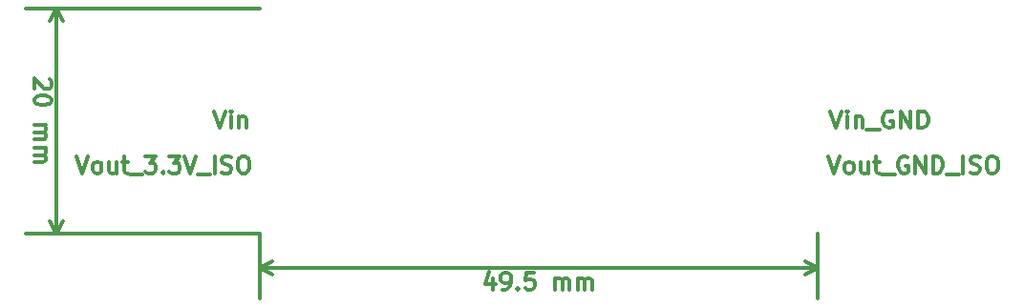
<source format=gbr>
G04 (created by PCBNEW (2013-07-07 BZR 4022)-stable) date 5/2/2017 9:55:28 AM*
%MOIN*%
G04 Gerber Fmt 3.4, Leading zero omitted, Abs format*
%FSLAX34Y34*%
G01*
G70*
G90*
G04 APERTURE LIST*
%ADD10C,0.00590551*%
%ADD11C,0.011811*%
G04 APERTURE END LIST*
G54D10*
G54D11*
X19853Y-5160D02*
X20050Y-5750D01*
X20247Y-5160D01*
X20528Y-5750D02*
X20472Y-5722D01*
X20444Y-5694D01*
X20416Y-5638D01*
X20416Y-5469D01*
X20444Y-5413D01*
X20472Y-5385D01*
X20528Y-5357D01*
X20613Y-5357D01*
X20669Y-5385D01*
X20697Y-5413D01*
X20725Y-5469D01*
X20725Y-5638D01*
X20697Y-5694D01*
X20669Y-5722D01*
X20613Y-5750D01*
X20528Y-5750D01*
X21231Y-5357D02*
X21231Y-5750D01*
X20978Y-5357D02*
X20978Y-5666D01*
X21006Y-5722D01*
X21062Y-5750D01*
X21147Y-5750D01*
X21203Y-5722D01*
X21231Y-5694D01*
X21428Y-5357D02*
X21653Y-5357D01*
X21512Y-5160D02*
X21512Y-5666D01*
X21541Y-5722D01*
X21597Y-5750D01*
X21653Y-5750D01*
X21709Y-5807D02*
X22159Y-5807D01*
X22609Y-5188D02*
X22553Y-5160D01*
X22469Y-5160D01*
X22384Y-5188D01*
X22328Y-5244D01*
X22300Y-5300D01*
X22272Y-5413D01*
X22272Y-5497D01*
X22300Y-5610D01*
X22328Y-5666D01*
X22384Y-5722D01*
X22469Y-5750D01*
X22525Y-5750D01*
X22609Y-5722D01*
X22637Y-5694D01*
X22637Y-5497D01*
X22525Y-5497D01*
X22890Y-5750D02*
X22890Y-5160D01*
X23228Y-5750D01*
X23228Y-5160D01*
X23509Y-5750D02*
X23509Y-5160D01*
X23650Y-5160D01*
X23734Y-5188D01*
X23790Y-5244D01*
X23818Y-5300D01*
X23847Y-5413D01*
X23847Y-5497D01*
X23818Y-5610D01*
X23790Y-5666D01*
X23734Y-5722D01*
X23650Y-5750D01*
X23509Y-5750D01*
X23959Y-5807D02*
X24409Y-5807D01*
X24550Y-5750D02*
X24550Y-5160D01*
X24803Y-5722D02*
X24887Y-5750D01*
X25028Y-5750D01*
X25084Y-5722D01*
X25112Y-5694D01*
X25140Y-5638D01*
X25140Y-5582D01*
X25112Y-5525D01*
X25084Y-5497D01*
X25028Y-5469D01*
X24915Y-5441D01*
X24859Y-5413D01*
X24831Y-5385D01*
X24803Y-5329D01*
X24803Y-5272D01*
X24831Y-5216D01*
X24859Y-5188D01*
X24915Y-5160D01*
X25056Y-5160D01*
X25140Y-5188D01*
X25506Y-5160D02*
X25618Y-5160D01*
X25674Y-5188D01*
X25731Y-5244D01*
X25759Y-5357D01*
X25759Y-5553D01*
X25731Y-5666D01*
X25674Y-5722D01*
X25618Y-5750D01*
X25506Y-5750D01*
X25449Y-5722D01*
X25393Y-5666D01*
X25365Y-5553D01*
X25365Y-5357D01*
X25393Y-5244D01*
X25449Y-5188D01*
X25506Y-5160D01*
X19924Y-3585D02*
X20120Y-4176D01*
X20317Y-3585D01*
X20514Y-4176D02*
X20514Y-3782D01*
X20514Y-3585D02*
X20486Y-3613D01*
X20514Y-3641D01*
X20542Y-3613D01*
X20514Y-3585D01*
X20514Y-3641D01*
X20795Y-3782D02*
X20795Y-4176D01*
X20795Y-3838D02*
X20823Y-3810D01*
X20880Y-3782D01*
X20964Y-3782D01*
X21020Y-3810D01*
X21048Y-3866D01*
X21048Y-4176D01*
X21189Y-4232D02*
X21639Y-4232D01*
X22089Y-3613D02*
X22033Y-3585D01*
X21948Y-3585D01*
X21864Y-3613D01*
X21808Y-3669D01*
X21780Y-3726D01*
X21751Y-3838D01*
X21751Y-3922D01*
X21780Y-4035D01*
X21808Y-4091D01*
X21864Y-4147D01*
X21948Y-4176D01*
X22005Y-4176D01*
X22089Y-4147D01*
X22117Y-4119D01*
X22117Y-3922D01*
X22005Y-3922D01*
X22370Y-4176D02*
X22370Y-3585D01*
X22708Y-4176D01*
X22708Y-3585D01*
X22989Y-4176D02*
X22989Y-3585D01*
X23129Y-3585D01*
X23214Y-3613D01*
X23270Y-3669D01*
X23298Y-3726D01*
X23326Y-3838D01*
X23326Y-3922D01*
X23298Y-4035D01*
X23270Y-4091D01*
X23214Y-4147D01*
X23129Y-4176D01*
X22989Y-4176D01*
X8141Y-9431D02*
X8141Y-9825D01*
X8000Y-9206D02*
X7859Y-9628D01*
X8225Y-9628D01*
X8478Y-9825D02*
X8591Y-9825D01*
X8647Y-9797D01*
X8675Y-9769D01*
X8731Y-9685D01*
X8759Y-9572D01*
X8759Y-9347D01*
X8731Y-9291D01*
X8703Y-9263D01*
X8647Y-9235D01*
X8534Y-9235D01*
X8478Y-9263D01*
X8450Y-9291D01*
X8422Y-9347D01*
X8422Y-9488D01*
X8450Y-9544D01*
X8478Y-9572D01*
X8534Y-9600D01*
X8647Y-9600D01*
X8703Y-9572D01*
X8731Y-9544D01*
X8759Y-9488D01*
X9012Y-9769D02*
X9041Y-9797D01*
X9012Y-9825D01*
X8984Y-9797D01*
X9012Y-9769D01*
X9012Y-9825D01*
X9575Y-9235D02*
X9294Y-9235D01*
X9266Y-9516D01*
X9294Y-9488D01*
X9350Y-9460D01*
X9491Y-9460D01*
X9547Y-9488D01*
X9575Y-9516D01*
X9603Y-9572D01*
X9603Y-9713D01*
X9575Y-9769D01*
X9547Y-9797D01*
X9491Y-9825D01*
X9350Y-9825D01*
X9294Y-9797D01*
X9266Y-9769D01*
X10306Y-9825D02*
X10306Y-9431D01*
X10306Y-9488D02*
X10334Y-9460D01*
X10390Y-9431D01*
X10475Y-9431D01*
X10531Y-9460D01*
X10559Y-9516D01*
X10559Y-9825D01*
X10559Y-9516D02*
X10587Y-9460D01*
X10643Y-9431D01*
X10728Y-9431D01*
X10784Y-9460D01*
X10812Y-9516D01*
X10812Y-9825D01*
X11093Y-9825D02*
X11093Y-9431D01*
X11093Y-9488D02*
X11122Y-9460D01*
X11178Y-9431D01*
X11262Y-9431D01*
X11318Y-9460D01*
X11347Y-9516D01*
X11347Y-9825D01*
X11347Y-9516D02*
X11375Y-9460D01*
X11431Y-9431D01*
X11515Y-9431D01*
X11571Y-9460D01*
X11600Y-9516D01*
X11600Y-9825D01*
X0Y-9055D02*
X19488Y-9055D01*
X0Y-7874D02*
X0Y-10118D01*
X19488Y-7874D02*
X19488Y-10118D01*
X19488Y-9055D02*
X19044Y-9285D01*
X19488Y-9055D02*
X19044Y-8824D01*
X0Y-9055D02*
X443Y-9285D01*
X0Y-9055D02*
X443Y-8824D01*
X-7322Y-2474D02*
X-7294Y-2502D01*
X-7266Y-2559D01*
X-7266Y-2699D01*
X-7294Y-2755D01*
X-7322Y-2784D01*
X-7379Y-2812D01*
X-7435Y-2812D01*
X-7519Y-2784D01*
X-7857Y-2446D01*
X-7857Y-2812D01*
X-7266Y-3177D02*
X-7266Y-3233D01*
X-7294Y-3290D01*
X-7322Y-3318D01*
X-7379Y-3346D01*
X-7491Y-3374D01*
X-7632Y-3374D01*
X-7744Y-3346D01*
X-7800Y-3318D01*
X-7829Y-3290D01*
X-7857Y-3233D01*
X-7857Y-3177D01*
X-7829Y-3121D01*
X-7800Y-3093D01*
X-7744Y-3065D01*
X-7632Y-3037D01*
X-7491Y-3037D01*
X-7379Y-3065D01*
X-7322Y-3093D01*
X-7294Y-3121D01*
X-7266Y-3177D01*
X-7857Y-4077D02*
X-7463Y-4077D01*
X-7519Y-4077D02*
X-7491Y-4105D01*
X-7463Y-4161D01*
X-7463Y-4246D01*
X-7491Y-4302D01*
X-7547Y-4330D01*
X-7857Y-4330D01*
X-7547Y-4330D02*
X-7491Y-4358D01*
X-7463Y-4415D01*
X-7463Y-4499D01*
X-7491Y-4555D01*
X-7547Y-4583D01*
X-7857Y-4583D01*
X-7857Y-4865D02*
X-7463Y-4865D01*
X-7519Y-4865D02*
X-7491Y-4893D01*
X-7463Y-4949D01*
X-7463Y-5033D01*
X-7491Y-5089D01*
X-7547Y-5118D01*
X-7857Y-5118D01*
X-7547Y-5118D02*
X-7491Y-5146D01*
X-7463Y-5202D01*
X-7463Y-5286D01*
X-7491Y-5343D01*
X-7547Y-5371D01*
X-7857Y-5371D01*
X-7086Y0D02*
X-7086Y-7874D01*
X0Y0D02*
X-8149Y0D01*
X0Y-7874D02*
X-8149Y-7874D01*
X-7086Y-7874D02*
X-7317Y-7430D01*
X-7086Y-7874D02*
X-6855Y-7430D01*
X-7086Y0D02*
X-7317Y-443D01*
X-7086Y0D02*
X-6855Y-443D01*
X-6383Y-5160D02*
X-6186Y-5750D01*
X-5989Y-5160D01*
X-5708Y-5750D02*
X-5764Y-5722D01*
X-5793Y-5694D01*
X-5821Y-5638D01*
X-5821Y-5469D01*
X-5793Y-5413D01*
X-5764Y-5385D01*
X-5708Y-5357D01*
X-5624Y-5357D01*
X-5568Y-5385D01*
X-5539Y-5413D01*
X-5511Y-5469D01*
X-5511Y-5638D01*
X-5539Y-5694D01*
X-5568Y-5722D01*
X-5624Y-5750D01*
X-5708Y-5750D01*
X-5005Y-5357D02*
X-5005Y-5750D01*
X-5258Y-5357D02*
X-5258Y-5666D01*
X-5230Y-5722D01*
X-5174Y-5750D01*
X-5089Y-5750D01*
X-5033Y-5722D01*
X-5005Y-5694D01*
X-4808Y-5357D02*
X-4583Y-5357D01*
X-4724Y-5160D02*
X-4724Y-5666D01*
X-4696Y-5722D01*
X-4640Y-5750D01*
X-4583Y-5750D01*
X-4527Y-5807D02*
X-4077Y-5807D01*
X-3993Y-5160D02*
X-3627Y-5160D01*
X-3824Y-5385D01*
X-3740Y-5385D01*
X-3683Y-5413D01*
X-3655Y-5441D01*
X-3627Y-5497D01*
X-3627Y-5638D01*
X-3655Y-5694D01*
X-3683Y-5722D01*
X-3740Y-5750D01*
X-3908Y-5750D01*
X-3965Y-5722D01*
X-3993Y-5694D01*
X-3374Y-5694D02*
X-3346Y-5722D01*
X-3374Y-5750D01*
X-3402Y-5722D01*
X-3374Y-5694D01*
X-3374Y-5750D01*
X-3149Y-5160D02*
X-2784Y-5160D01*
X-2980Y-5385D01*
X-2896Y-5385D01*
X-2840Y-5413D01*
X-2812Y-5441D01*
X-2784Y-5497D01*
X-2784Y-5638D01*
X-2812Y-5694D01*
X-2840Y-5722D01*
X-2896Y-5750D01*
X-3065Y-5750D01*
X-3121Y-5722D01*
X-3149Y-5694D01*
X-2615Y-5160D02*
X-2418Y-5750D01*
X-2221Y-5160D01*
X-2165Y-5807D02*
X-1715Y-5807D01*
X-1574Y-5750D02*
X-1574Y-5160D01*
X-1321Y-5722D02*
X-1237Y-5750D01*
X-1096Y-5750D01*
X-1040Y-5722D01*
X-1012Y-5694D01*
X-984Y-5638D01*
X-984Y-5582D01*
X-1012Y-5525D01*
X-1040Y-5497D01*
X-1096Y-5469D01*
X-1209Y-5441D01*
X-1265Y-5413D01*
X-1293Y-5385D01*
X-1321Y-5329D01*
X-1321Y-5272D01*
X-1293Y-5216D01*
X-1265Y-5188D01*
X-1209Y-5160D01*
X-1068Y-5160D01*
X-984Y-5188D01*
X-618Y-5160D02*
X-506Y-5160D01*
X-449Y-5188D01*
X-393Y-5244D01*
X-365Y-5357D01*
X-365Y-5553D01*
X-393Y-5666D01*
X-449Y-5722D01*
X-506Y-5750D01*
X-618Y-5750D01*
X-674Y-5722D01*
X-731Y-5666D01*
X-759Y-5553D01*
X-759Y-5357D01*
X-731Y-5244D01*
X-674Y-5188D01*
X-618Y-5160D01*
X-1588Y-3585D02*
X-1392Y-4176D01*
X-1195Y-3585D01*
X-998Y-4176D02*
X-998Y-3782D01*
X-998Y-3585D02*
X-1026Y-3613D01*
X-998Y-3641D01*
X-970Y-3613D01*
X-998Y-3585D01*
X-998Y-3641D01*
X-717Y-3782D02*
X-717Y-4176D01*
X-717Y-3838D02*
X-688Y-3810D01*
X-632Y-3782D01*
X-548Y-3782D01*
X-492Y-3810D01*
X-464Y-3866D01*
X-464Y-4176D01*
M02*

</source>
